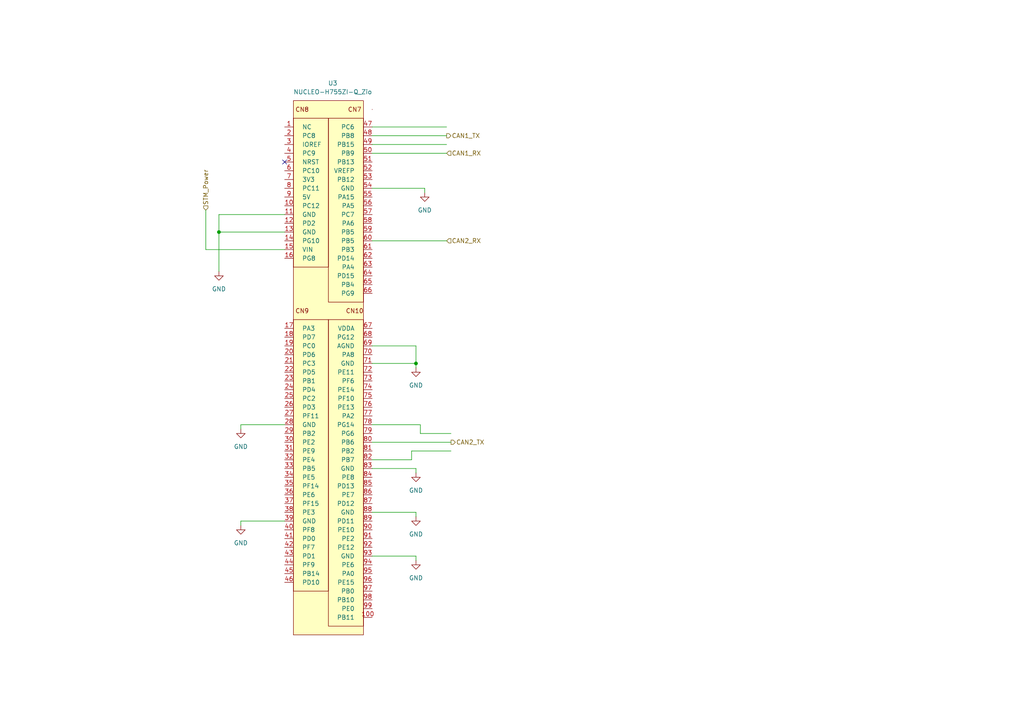
<source format=kicad_sch>
(kicad_sch (version 20230121) (generator eeschema)
  (paper "A4")
  (lib_symbols
    (symbol "RDC_humanoid_project:NUCLEO-H755ZI-Q_Zio" (pin_names (offset 2.54))
      (property "Reference" "U" (at 12.7 15.24 0))
      (property "Value" "NUCLEO-H755ZI-Q_Zio" (at 0 15.24 0))
      (symbol "NUCLEO-H755ZI-Q_Zio_0_0"
        (rectangle (start -10.16 -50.8) (end 0 -129.54))
        (rectangle (start -10.16 12.7) (end 10.16 -142.24) (fill (type background)))
        (rectangle (start 0 -50.8) (end 10.16 -139.7))
        (rectangle (start 0 7.62) (end 10.16 -45.72))
        (text "CN10" (at 7.62 -48.26 0) (effects (font (size 1.27 1.27))))
        (text "CN7" (at 7.62 10.16 0) (effects (font (size 1.27 1.27))))
        (text "CN8" (at -7.62 10.16 0) (effects (font (size 1.27 1.27))))
        (text "CN9" (at -7.62 -48.26 0) (effects (font (size 1.27 1.27))))
      )
      (symbol "NUCLEO-H755ZI-Q_Zio_0_1"
        (rectangle (start -10.16 7.62) (end 0 -35.56))
        (rectangle (start 12.7 10.16) (end 12.7 10.16))
        (rectangle (start 12.7 10.16) (end 12.7 10.16))
      )
      (symbol "NUCLEO-H755ZI-Q_Zio_1_1"
        (pin bidirectional line (at -12.7 5.08 0) (length 2.54) (name "NC") (number "1"))
        (pin bidirectional line (at -12.7 -17.78 0) (length 2.54) (name "PC12") (number "10"))
        (pin bidirectional line (at 12.7 -137.16 180) (length 2.54) (name "PB11") (number "100"))
        (pin power_in line (at -12.7 -20.32 0) (length 2.54) (name "GND") (number "11"))
        (pin bidirectional line (at -12.7 -22.86 0) (length 2.54) (name "PD2") (number "12"))
        (pin power_in line (at -12.7 -25.4 0) (length 2.54) (name "GND") (number "13"))
        (pin bidirectional line (at -12.7 -27.94 0) (length 2.54) (name "PG10") (number "14"))
        (pin power_in line (at -12.7 -30.48 0) (length 2.54) (name "VIN") (number "15"))
        (pin bidirectional line (at -12.7 -33.02 0) (length 2.54) (name "PG8") (number "16"))
        (pin bidirectional line (at -12.7 -53.34 0) (length 2.54) (name "PA3") (number "17"))
        (pin bidirectional line (at -12.7 -55.88 0) (length 2.54) (name "PD7") (number "18"))
        (pin bidirectional line (at -12.7 -58.42 0) (length 2.54) (name "PC0") (number "19"))
        (pin bidirectional line (at -12.7 2.54 0) (length 2.54) (name "PC8") (number "2"))
        (pin bidirectional line (at -12.7 -60.96 0) (length 2.54) (name "PD6") (number "20"))
        (pin bidirectional line (at -12.7 -63.5 0) (length 2.54) (name "PC3") (number "21"))
        (pin bidirectional line (at -12.7 -66.04 0) (length 2.54) (name "PD5") (number "22"))
        (pin bidirectional line (at -12.7 -68.58 0) (length 2.54) (name "PB1") (number "23"))
        (pin bidirectional line (at -12.7 -71.12 0) (length 2.54) (name "PD4") (number "24"))
        (pin bidirectional line (at -12.7 -73.66 0) (length 2.54) (name "PC2") (number "25"))
        (pin bidirectional line (at -12.7 -76.2 0) (length 2.54) (name "PD3") (number "26"))
        (pin bidirectional line (at -12.7 -78.74 0) (length 2.54) (name "PF11") (number "27"))
        (pin power_in line (at -12.7 -81.28 0) (length 2.54) (name "GND") (number "28"))
        (pin bidirectional line (at -12.7 -83.82 0) (length 2.54) (name "PB2") (number "29"))
        (pin bidirectional line (at -12.7 0 0) (length 2.54) (name "IOREF") (number "3"))
        (pin bidirectional line (at -12.7 -86.36 0) (length 2.54) (name "PE2") (number "30"))
        (pin bidirectional line (at -12.7 -88.9 0) (length 2.54) (name "PE9") (number "31"))
        (pin bidirectional line (at -12.7 -91.44 0) (length 2.54) (name "PE4") (number "32"))
        (pin bidirectional line (at -12.7 -93.98 0) (length 2.54) (name "PB5") (number "33"))
        (pin bidirectional line (at -12.7 -96.52 0) (length 2.54) (name "PE5") (number "34"))
        (pin bidirectional line (at -12.7 -99.06 0) (length 2.54) (name "PF14") (number "35"))
        (pin bidirectional line (at -12.7 -101.6 0) (length 2.54) (name "PE6") (number "36"))
        (pin bidirectional line (at -12.7 -104.14 0) (length 2.54) (name "PF15") (number "37"))
        (pin bidirectional line (at -12.7 -106.68 0) (length 2.54) (name "PE3") (number "38"))
        (pin power_in line (at -12.7 -109.22 0) (length 2.54) (name "GND") (number "39"))
        (pin bidirectional line (at -12.7 -2.54 0) (length 2.54) (name "PC9") (number "4"))
        (pin bidirectional line (at -12.7 -111.76 0) (length 2.54) (name "PF8") (number "40"))
        (pin bidirectional line (at -12.7 -114.3 0) (length 2.54) (name "PD0") (number "41"))
        (pin bidirectional line (at -12.7 -116.84 0) (length 2.54) (name "PF7") (number "42"))
        (pin bidirectional line (at -12.7 -119.38 0) (length 2.54) (name "PD1") (number "43"))
        (pin bidirectional line (at -12.7 -121.92 0) (length 2.54) (name "PF9") (number "44"))
        (pin bidirectional line (at -12.7 -124.46 0) (length 2.54) (name "PB14") (number "45"))
        (pin bidirectional line (at -12.7 -127 0) (length 2.54) (name "PD10") (number "46"))
        (pin bidirectional line (at 12.7 5.08 180) (length 2.54) (name "PC6") (number "47"))
        (pin bidirectional line (at 12.7 2.54 180) (length 2.54) (name "PB8") (number "48"))
        (pin bidirectional line (at 12.7 0 180) (length 2.54) (name "PB15") (number "49"))
        (pin input line (at -12.7 -5.08 0) (length 2.54) (name "NRST") (number "5"))
        (pin bidirectional line (at 12.7 -2.54 180) (length 2.54) (name "PB9") (number "50"))
        (pin bidirectional line (at 12.7 -5.08 180) (length 2.54) (name "PB13") (number "51"))
        (pin power_in line (at 12.7 -7.62 180) (length 2.54) (name "VREFP") (number "52"))
        (pin bidirectional line (at 12.7 -10.16 180) (length 2.54) (name "PB12") (number "53"))
        (pin power_in line (at 12.7 -12.7 180) (length 2.54) (name "GND") (number "54"))
        (pin bidirectional line (at 12.7 -15.24 180) (length 2.54) (name "PA15") (number "55"))
        (pin bidirectional line (at 12.7 -17.78 180) (length 2.54) (name "PA5") (number "56"))
        (pin bidirectional line (at 12.7 -20.32 180) (length 2.54) (name "PC7") (number "57"))
        (pin bidirectional line (at 12.7 -22.86 180) (length 2.54) (name "PA6") (number "58"))
        (pin bidirectional line (at 12.7 -25.4 180) (length 2.54) (name "PB5") (number "59"))
        (pin bidirectional line (at -12.7 -7.62 0) (length 2.54) (name "PC10") (number "6"))
        (pin bidirectional line (at 12.7 -27.94 180) (length 2.54) (name "PB5") (number "60"))
        (pin bidirectional line (at 12.7 -30.48 180) (length 2.54) (name "PB3") (number "61"))
        (pin bidirectional line (at 12.7 -33.02 180) (length 2.54) (name "PD14") (number "62"))
        (pin bidirectional line (at 12.7 -35.56 180) (length 2.54) (name "PA4") (number "63"))
        (pin bidirectional line (at 12.7 -38.1 180) (length 2.54) (name "PD15") (number "64"))
        (pin bidirectional line (at 12.7 -40.64 180) (length 2.54) (name "PB4") (number "65"))
        (pin bidirectional line (at 12.7 -43.18 180) (length 2.54) (name "PG9") (number "66"))
        (pin power_out line (at 12.7 -53.34 180) (length 2.54) (name "VDDA") (number "67"))
        (pin bidirectional line (at 12.7 -55.88 180) (length 2.54) (name "PG12") (number "68"))
        (pin power_in line (at 12.7 -58.42 180) (length 2.54) (name "AGND") (number "69"))
        (pin power_out line (at -12.7 -10.16 0) (length 2.54) (name "3V3") (number "7"))
        (pin bidirectional line (at 12.7 -60.96 180) (length 2.54) (name "PA8") (number "70"))
        (pin power_in line (at 12.7 -63.5 180) (length 2.54) (name "GND") (number "71"))
        (pin bidirectional line (at 12.7 -66.04 180) (length 2.54) (name "PE11") (number "72"))
        (pin bidirectional line (at 12.7 -68.58 180) (length 2.54) (name "PF6") (number "73"))
        (pin bidirectional line (at 12.7 -71.12 180) (length 2.54) (name "PE14") (number "74"))
        (pin bidirectional line (at 12.7 -73.66 180) (length 2.54) (name "PF10") (number "75"))
        (pin bidirectional line (at 12.7 -76.2 180) (length 2.54) (name "PE13") (number "76"))
        (pin bidirectional line (at 12.7 -78.74 180) (length 2.54) (name "PA2") (number "77"))
        (pin bidirectional line (at 12.7 -81.28 180) (length 2.54) (name "PG14") (number "78"))
        (pin bidirectional line (at 12.7 -83.82 180) (length 2.54) (name "PG6") (number "79"))
        (pin bidirectional line (at -12.7 -12.7 0) (length 2.54) (name "PC11") (number "8"))
        (pin bidirectional line (at 12.7 -86.36 180) (length 2.54) (name "PB6") (number "80"))
        (pin bidirectional line (at 12.7 -88.9 180) (length 2.54) (name "PB2") (number "81"))
        (pin bidirectional line (at 12.7 -91.44 180) (length 2.54) (name "PB7") (number "82"))
        (pin power_in line (at 12.7 -93.98 180) (length 2.54) (name "GND") (number "83"))
        (pin bidirectional line (at 12.7 -96.52 180) (length 2.54) (name "PE8") (number "84"))
        (pin bidirectional line (at 12.7 -99.06 180) (length 2.54) (name "PD13") (number "85"))
        (pin bidirectional line (at 12.7 -101.6 180) (length 2.54) (name "PE7") (number "86"))
        (pin bidirectional line (at 12.7 -104.14 180) (length 2.54) (name "PD12") (number "87"))
        (pin power_in line (at 12.7 -106.68 180) (length 2.54) (name "GND") (number "88"))
        (pin bidirectional line (at 12.7 -109.22 180) (length 2.54) (name "PD11") (number "89"))
        (pin power_out line (at -12.7 -15.24 0) (length 2.54) (name "5V") (number "9"))
        (pin bidirectional line (at 12.7 -111.76 180) (length 2.54) (name "PE10") (number "90"))
        (pin bidirectional line (at 12.7 -114.3 180) (length 2.54) (name "PE2") (number "91"))
        (pin bidirectional line (at 12.7 -116.84 180) (length 2.54) (name "PE12") (number "92"))
        (pin power_in line (at 12.7 -119.38 180) (length 2.54) (name "GND") (number "93"))
        (pin bidirectional line (at 12.7 -121.92 180) (length 2.54) (name "PE6") (number "94"))
        (pin bidirectional line (at 12.7 -124.46 180) (length 2.54) (name "PA0") (number "95"))
        (pin bidirectional line (at 12.7 -127 180) (length 2.54) (name "PE15") (number "96"))
        (pin bidirectional line (at 12.7 -129.54 180) (length 2.54) (name "PB0") (number "97"))
        (pin bidirectional line (at 12.7 -132.08 180) (length 2.54) (name "PB10") (number "98"))
        (pin bidirectional line (at 12.7 -134.62 180) (length 2.54) (name "PE0") (number "99"))
      )
    )
    (symbol "power:GND" (power) (pin_names (offset 0))
      (property "Value" "GND" (at 0 -3.81 0))
      (symbol "GND_0_1"
        (polyline (pts (xy 0 0) (xy 0 -1.27) (xy 1.27 -1.27) (xy 0 -2.54) (xy -1.27 -1.27) (xy 0 -1.27)))
      )
      (symbol "GND_1_1"
        (pin power_in line (at 0 0 270) (length 0) hide (name "GND") (number "1"))
      )
    )
  )
  (junction (at 63.5 67.31))
  (junction (at 120.65 105.41))
  (no_connect (at 82.55 46.99))
  (wire (pts (xy 120.65 135.89) (xy 120.65 137.16)))
  (wire (pts (xy 107.95 36.83) (xy 129.54 36.83)))
  (wire (pts (xy 107.95 39.37) (xy 129.54 39.37)))
  (wire (pts (xy 120.65 105.41) (xy 120.65 106.68)))
  (wire (pts (xy 120.65 148.59) (xy 120.65 149.86)))
  (wire (pts (xy 63.5 67.31) (xy 63.5 78.74)))
  (wire (pts (xy 82.55 72.39) (xy 59.69 72.39)))
  (wire (pts (xy 107.95 41.91) (xy 129.54 41.91)))
  (wire (pts (xy 120.65 161.29) (xy 120.65 162.56)))
  (wire (pts (xy 82.55 151.13) (xy 69.85 151.13)))
  (wire (pts (xy 82.55 67.31) (xy 63.5 67.31)))
  (wire (pts (xy 107.95 69.85) (xy 129.54 69.85)))
  (wire (pts (xy 123.19 54.61) (xy 123.19 55.88)))
  (wire (pts (xy 130.81 130.81) (xy 119.38 130.81)))
  (wire (pts (xy 107.95 44.45) (xy 129.54 44.45)))
  (wire (pts (xy 107.95 161.29) (xy 120.65 161.29)))
  (wire (pts (xy 82.55 123.19) (xy 69.85 123.19)))
  (wire (pts (xy 107.95 135.89) (xy 120.65 135.89)))
  (wire (pts (xy 130.81 125.73) (xy 121.92 125.73)))
  (wire (pts (xy 119.38 130.81) (xy 119.38 133.35)))
  (wire (pts (xy 121.92 125.73) (xy 121.92 123.19)))
  (wire (pts (xy 107.95 128.27) (xy 130.81 128.27)))
  (wire (pts (xy 82.55 62.23) (xy 63.5 62.23)))
  (wire (pts (xy 121.92 123.19) (xy 107.95 123.19)))
  (wire (pts (xy 69.85 123.19) (xy 69.85 124.46)))
  (wire (pts (xy 69.85 151.13) (xy 69.85 152.4)))
  (wire (pts (xy 107.95 148.59) (xy 120.65 148.59)))
  (wire (pts (xy 63.5 62.23) (xy 63.5 67.31)))
  (wire (pts (xy 59.69 72.39) (xy 59.69 60.96)))
  (wire (pts (xy 107.95 100.33) (xy 120.65 100.33)))
  (wire (pts (xy 120.65 100.33) (xy 120.65 105.41)))
  (wire (pts (xy 107.95 54.61) (xy 123.19 54.61)))
  (wire (pts (xy 119.38 133.35) (xy 107.95 133.35)))
  (wire (pts (xy 107.95 105.41) (xy 120.65 105.41)))
  (hierarchical_label "STM_Power" (shape input) (at 59.69 60.96 90))
  (hierarchical_label "CAN1_RX" (shape input) (at 129.54 44.45 0))
  (hierarchical_label "CAN1_TX" (shape output) (at 129.54 39.37 0))
  (hierarchical_label "CAN2_TX" (shape output) (at 130.81 128.27 0))
  (hierarchical_label "CAN2_RX" (shape input) (at 129.54 69.85 0))
  (symbol (lib_id "RDC_humanoid_project:NUCLEO-H755ZI-Q_Zio") (at 95.25 41.91 0) (unit 1)
    (property "Reference" "U3" (at 96.52 24.13 0))
    (property "Value" "NUCLEO-H755ZI-Q_Zio" (at 96.52 26.67 0))
    (property "Footprint" "RDC_humanoid_project:NUCLEO-STM32H755ZI-Q" (effects hide))
  )
  (symbol (lib_id "power:GND") (at 120.65 149.86 0) (mirror y) (unit 1)
    (property "Reference" "#PWR010" (effects hide))
    (property "Value" "GND" (at 120.65 154.94 0))
    (instances (project "RDC_Humanoid_Logic" (path "" (reference "#PWR010") (unit 1)) (path "" (reference "#PWR044") (unit 1))))
  )
  (symbol (lib_id "power:GND") (at 120.65 106.68 0) (mirror y) (unit 1)
    (property "Reference" "#PWR010" (effects hide))
    (property "Value" "GND" (at 120.65 111.76 0))
    (instances (project "RDC_Humanoid_Logic" (path "" (reference "#PWR010") (unit 1)) (path "" (reference "#PWR042") (unit 1))))
  )
  (symbol (lib_id "power:GND") (at 120.65 137.16 0) (mirror y) (unit 1)
    (property "Reference" "#PWR010" (effects hide))
    (property "Value" "GND" (at 120.65 142.24 0))
    (instances (project "RDC_Humanoid_Logic" (path "" (reference "#PWR010") (unit 1)) (path "" (reference "#PWR043") (unit 1))))
  )
  (symbol (lib_id "power:GND") (at 120.65 162.56 0) (mirror y) (unit 1)
    (property "Reference" "#PWR010" (effects hide))
    (property "Value" "GND" (at 120.65 167.64 0))
    (instances (project "RDC_Humanoid_Logic" (path "" (reference "#PWR010") (unit 1)) (path "" (reference "#PWR045") (unit 1))))
  )
  (symbol (lib_id "power:GND") (at 69.85 124.46 0) (unit 1)
    (property "Reference" "#PWR010" (effects hide))
    (property "Value" "GND" (at 69.85 129.54 0))
    (instances (project "RDC_Humanoid_Logic" (path "" (reference "#PWR010") (unit 1)) (path "" (reference "#PWR040") (unit 1))))
  )
  (symbol (lib_id "power:GND") (at 69.85 152.4 0) (unit 1)
    (property "Reference" "#PWR010" (effects hide))
    (property "Value" "GND" (at 69.85 157.48 0))
    (instances (project "RDC_Humanoid_Logic" (path "" (reference "#PWR010") (unit 1)) (path "" (reference "#PWR041") (unit 1))))
  )
  (symbol (lib_id "power:GND") (at 63.5 78.74 0) (unit 1)
    (property "Reference" "#PWR010" (effects hide))
    (property "Value" "GND" (at 63.5 83.82 0))
    (instances (project "RDC_Humanoid_Logic" (path "" (reference "#PWR010") (unit 1)) (path "" (reference "#PWR039") (unit 1))))
  )
  (symbol (lib_id "power:GND") (at 123.19 55.88 0) (unit 1)
    (property "Reference" "#PWR010" (effects hide))
    (property "Value" "GND" (at 123.19 60.96 0))
    (instances (project "RDC_Humanoid_Logic" (path "" (reference "#PWR010") (unit 1)) (path "" (reference "#PWR046") (unit 1))))
  )
)
</source>
